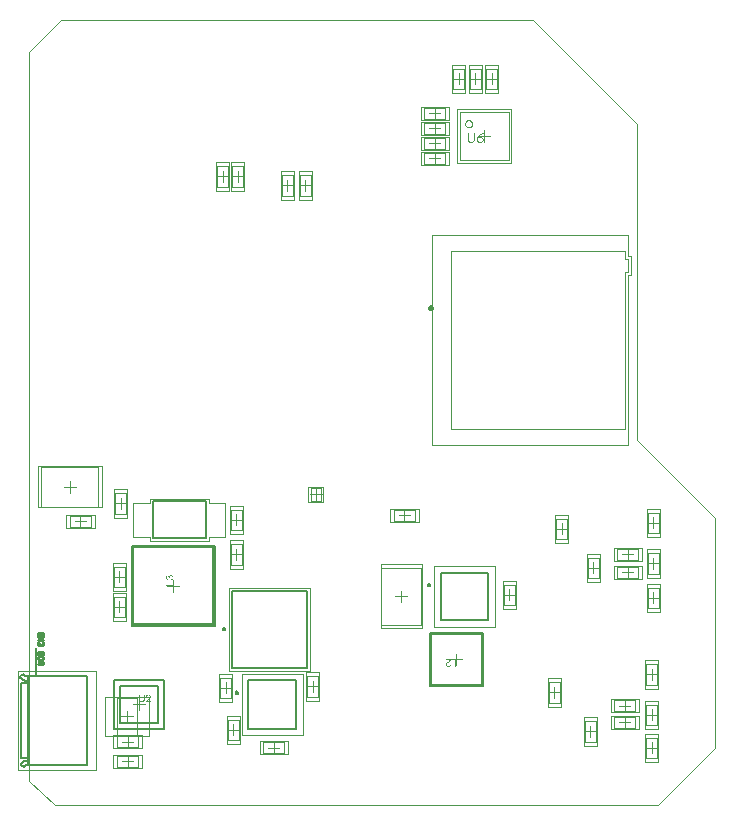
<source format=gm1>
%FSTAX23Y23*%
%MOIN*%
%SFA1B1*%

%IPPOS*%
%ADD10C,0.009449*%
%ADD13C,0.007874*%
%ADD14C,0.005000*%
%ADD16C,0.004000*%
%ADD17C,0.003937*%
%ADD18C,0.010000*%
%ADD19C,0.001969*%
%LNsolears_v1-1*%
%LPD*%
G36*
X01384Y01353D02*
Y01353D01*
Y01352*
Y01352*
Y01352*
X01384Y01352*
Y01351*
X01384Y01351*
X01384Y0135*
X01384Y01349*
X01384Y01348*
X01384Y01347*
X01384Y01347*
X01383Y01346*
Y01346*
X01383Y01346*
X01383Y01346*
X01383Y01346*
X01383Y01346*
X01383Y01345*
X01382Y01345*
X01382Y01344*
X01381Y01343*
X0138Y01343*
X0138*
X0138Y01343*
X0138Y01343*
X0138Y01343*
X0138Y01343*
X01379Y01342*
X01379Y01342*
X01379Y01342*
X01378Y01342*
X01378Y01342*
X01377Y01342*
X01377Y01342*
X01376Y01342*
X01376Y01342*
X01374Y01341*
X01374*
X01374Y01342*
X01374*
X01373Y01342*
X01373Y01342*
X01372Y01342*
X01371Y01342*
X01371Y01342*
X0137Y01342*
X01369Y01343*
X01369*
X01369Y01343*
X01368Y01343*
X01368Y01343*
X01368Y01343*
X01367Y01344*
X01367Y01344*
X01366Y01345*
X01366Y01345*
X01365Y01346*
Y01346*
X01365Y01346*
X01365Y01346*
X01365Y01347*
X01365Y01347*
X01365Y01347*
X01365Y01347*
X01365Y01348*
X01365Y01348*
X01365Y01349*
X01365Y01349*
X01365Y0135*
X01365Y0135*
X01365Y01351*
X01365Y01352*
Y01353*
Y01367*
X01368*
Y01353*
Y01353*
Y01352*
Y01352*
Y01352*
X01368Y01352*
Y01351*
X01368Y01351*
X01368Y0135*
X01368Y01349*
X01368Y01348*
X01368Y01348*
X01368Y01348*
X01368Y01348*
X01369Y01347*
X01369Y01347*
X01369Y01347*
X01369Y01346*
X0137Y01346*
X0137Y01346*
X01371Y01345*
X01371Y01345*
X01371Y01345*
X01371Y01345*
X01372Y01345*
X01372Y01345*
X01373Y01345*
X01373Y01345*
X01374Y01344*
X01375*
X01375Y01345*
X01375*
X01375Y01345*
X01376Y01345*
X01377Y01345*
X01378Y01345*
X01379Y01346*
X01379Y01346*
X01379Y01346*
X01379Y01346*
X01379Y01346*
X0138Y01346*
X0138Y01346*
X0138Y01347*
X0138Y01347*
X0138Y01347*
X0138Y01348*
X0138Y01348*
X0138Y01348*
X01381Y01349*
X01381Y0135*
X01381Y0135*
X01381Y01351*
X01381Y01352*
Y01353*
Y01367*
X01384*
Y01353*
G37*
G36*
X01398Y01367D02*
X01398Y01367D01*
X01398Y01367*
X01399Y01367*
X01399Y01367*
X014Y01367*
X01401Y01366*
X01401Y01366*
X01402Y01366*
X01402Y01366*
X01403Y01365*
X01403Y01365*
X01403Y01365*
X01403Y01365*
X01403Y01365*
X01403Y01365*
X01403Y01364*
X01404Y01364*
X01404Y01364*
X01404Y01363*
X01405Y01362*
X01405Y01362*
X01405Y01361*
X01405Y01361*
X01405Y0136*
Y0136*
Y0136*
X01405Y0136*
X01405Y01359*
X01405Y01359*
X01405Y01358*
X01404Y01358*
X01404Y01357*
X01404Y01357*
X01404Y01357*
X01404Y01357*
X01404Y01356*
X01403Y01356*
X01403Y01355*
X01403Y01355*
X01402Y01354*
X01402Y01354*
X01402Y01354*
X01402Y01354*
X01401Y01353*
X01401Y01353*
X01401Y01353*
X01401Y01353*
X014Y01352*
X014Y01352*
X014Y01352*
X01399Y01351*
X01399Y01351*
X01398Y0135*
X01397Y0135*
X01397Y0135*
X01397Y0135*
X01397Y0135*
X01397Y01349*
X01397Y01349*
X01396Y01349*
X01396Y01348*
X01395Y01348*
X01395Y01347*
X01394Y01347*
X01394Y01347*
X01394Y01347*
X01394Y01346*
X01394Y01346*
X01393Y01346*
X01393Y01346*
X01393Y01346*
X01393Y01346*
X01392Y01345*
X01405*
Y01342*
X01388*
Y01342*
Y01342*
Y01342*
X01388Y01343*
X01388Y01343*
X01388Y01343*
X01388Y01344*
X01389Y01344*
Y01344*
X01389Y01344*
X01389Y01344*
X01389Y01345*
X01389Y01345*
X01389Y01346*
X0139Y01346*
X0139Y01347*
X01391Y01347*
Y01347*
X01391Y01347*
X01391Y01348*
X01391Y01348*
X01392Y01349*
X01392Y01349*
X01393Y0135*
X01394Y0135*
X01395Y01351*
X01395Y01351*
X01395Y01351*
X01395Y01352*
X01395Y01352*
X01396Y01352*
X01396Y01352*
X01396Y01353*
X01397Y01353*
X01398Y01354*
X01399Y01355*
X01399Y01355*
X014Y01356*
X014Y01356*
X014Y01357*
Y01357*
X014Y01357*
X014Y01357*
X014Y01357*
X01401Y01357*
X01401Y01358*
X01401Y01358*
X01401Y01359*
X01402Y0136*
X01402Y0136*
Y0136*
Y0136*
X01402Y01361*
X01402Y01361*
X01401Y01361*
X01401Y01362*
X01401Y01362*
X01401Y01363*
X014Y01363*
X014Y01363*
X014Y01364*
X014Y01364*
X01399Y01364*
X01399Y01364*
X01398Y01364*
X01398Y01365*
X01397Y01365*
X01397*
X01396Y01365*
X01396Y01365*
X01396Y01364*
X01395Y01364*
X01394Y01364*
X01394Y01364*
X01393Y01363*
X01393Y01363*
X01393Y01363*
X01393Y01363*
X01393Y01362*
X01392Y01362*
X01392Y01361*
X01392Y0136*
X01392Y0136*
X01389Y0136*
Y0136*
X01389Y0136*
Y0136*
X01389Y01361*
X01389Y01361*
X01389Y01361*
X01389Y01362*
X01389Y01362*
X01389Y01363*
X0139Y01364*
X0139Y01364*
X0139Y01365*
X01391Y01365*
X01391Y01365*
X01391Y01365*
X01391Y01365*
X01391Y01366*
X01392Y01366*
X01392Y01366*
X01392Y01366*
X01392Y01366*
X01393Y01366*
X01393Y01366*
X01394Y01367*
X01394Y01367*
X01395Y01367*
X01395Y01367*
X01396Y01367*
X01396Y01367*
X01397Y01367*
X01397*
X01398Y01367*
G37*
G36*
X02423Y01459D02*
X02419D01*
Y01482*
X02407*
Y01485*
X02423*
Y01459*
G37*
G36*
X02405Y01484D02*
Y01484D01*
Y01484*
X02405Y01484*
X02405Y01483*
X02405Y01483*
X02405Y01483*
X02404Y01482*
Y01482*
X02404Y01482*
X02404Y01482*
X02404Y01482*
X02404Y01481*
X02404Y01481*
X02403Y0148*
X02403Y0148*
X02402Y01479*
Y01479*
X02402Y01479*
X02402Y01479*
X02402Y01478*
X02401Y01478*
X02401Y01477*
X024Y01477*
X02399Y01476*
X02398Y01475*
X02398Y01475*
X02398Y01475*
X02398Y01475*
X02398Y01475*
X02397Y01474*
X02397Y01474*
X02397Y01474*
X02396Y01473*
X02395Y01472*
X02394Y01472*
X02394Y01471*
X02393Y01471*
X02393Y0147*
X02393Y0147*
Y0147*
X02393Y0147*
X02393Y0147*
X02393Y0147*
X02392Y01469*
X02392Y01469*
X02392Y01468*
X02392Y01467*
X02391Y01467*
X02391Y01466*
Y01466*
Y01466*
X02391Y01466*
X02391Y01465*
X02392Y01465*
X02392Y01465*
X02392Y01464*
X02392Y01464*
X02393Y01463*
X02393Y01463*
X02393Y01463*
X02393Y01463*
X02394Y01462*
X02394Y01462*
X02395Y01462*
X02395Y01462*
X02396Y01462*
X02396*
X02396Y01462*
X02397Y01462*
X02397Y01462*
X02398Y01462*
X02399Y01462*
X02399Y01463*
X024Y01463*
X024Y01463*
X024Y01463*
X024Y01464*
X024Y01464*
X02401Y01465*
X02401Y01465*
X02401Y01466*
X02401Y01467*
X02404Y01466*
Y01466*
X02404Y01466*
Y01466*
X02404Y01466*
X02404Y01466*
X02404Y01465*
X02404Y01465*
X02404Y01464*
X02404Y01464*
X02403Y01463*
X02403Y01462*
X02403Y01462*
X02402Y01461*
X02402Y01461*
X02402Y01461*
X02402Y01461*
X02402Y01461*
X02401Y01461*
X02401Y01461*
X02401Y01461*
X02401Y0146*
X024Y0146*
X024Y0146*
X02399Y0146*
X02399Y0146*
X02398Y01459*
X02398Y01459*
X02397Y01459*
X02397Y01459*
X02396Y01459*
X02396*
X02395Y01459*
X02395Y01459*
X02395Y01459*
X02394Y01459*
X02394Y01459*
X02393Y0146*
X02392Y0146*
X02392Y0146*
X02391Y01461*
X02391Y01461*
X0239Y01461*
X0239Y01461*
X0239Y01461*
X0239Y01461*
X0239Y01462*
X0239Y01462*
X0239Y01462*
X02389Y01462*
X02389Y01463*
X02389Y01463*
X02388Y01464*
X02388Y01465*
X02388Y01465*
X02388Y01466*
X02388Y01466*
Y01466*
Y01466*
X02388Y01467*
X02388Y01467*
X02388Y01468*
X02388Y01468*
X02389Y01469*
X02389Y01469*
X02389Y01469*
X02389Y01469*
X02389Y0147*
X02389Y0147*
X0239Y01471*
X0239Y01471*
X0239Y01472*
X02391Y01472*
X02391Y01472*
X02391Y01473*
X02391Y01473*
X02392Y01473*
X02392Y01473*
X02392Y01473*
X02392Y01474*
X02393Y01474*
X02393Y01474*
X02393Y01475*
X02394Y01475*
X02394Y01476*
X02395Y01476*
X02396Y01477*
X02396Y01477*
X02396Y01477*
X02396Y01477*
X02396Y01477*
X02396Y01477*
X02397Y01477*
X02397Y01478*
X02398Y01478*
X02398Y01479*
X02399Y0148*
X02399Y0148*
X02399Y0148*
X02399Y0148*
X02399Y0148*
X024Y0148*
X024Y0148*
X024Y01481*
X024Y01481*
X02401Y01482*
X02388*
Y01485*
X02405*
Y01484*
G37*
G36*
X01473Y01765D02*
X01473Y01765D01*
X01473Y01765*
X01474Y01765*
X01474Y01765*
X01475Y01764*
X01475Y01764*
X01476Y01764*
X01476Y01764*
X01477Y01763*
X01477Y01763*
X01478Y01763*
X01478Y01762*
X01478Y01762*
X01478Y01762*
X01478Y01762*
X01478Y01762*
X01478Y01762*
X01479Y01761*
X01479Y01761*
X01479Y0176*
X01479Y0176*
X01479Y01759*
X0148Y01759*
X0148Y01758*
X0148Y01758*
X0148Y01757*
X0148Y01756*
Y01756*
X0148Y01756*
X0148Y01756*
X0148Y01755*
X0148Y01755*
X0148Y01755*
X01479Y01754*
X01479Y01753*
X01479Y01752*
X01479Y01752*
X01478Y01751*
X01478Y01751*
X01478Y01751*
X01478Y01751*
X01478Y01751*
X01478Y01751*
X01477Y0175*
X01477Y0175*
X01477Y0175*
X01477Y0175*
X01476Y0175*
X01476Y01749*
X01475Y01749*
X01474Y01749*
X01473Y01749*
X01473Y01748*
X01472Y01752*
X01472*
X01473Y01752*
X01473Y01752*
X01473Y01752*
X01473Y01752*
X01473Y01752*
X01474Y01752*
X01475Y01752*
X01475Y01753*
X01476Y01753*
X01476Y01753*
X01476Y01753*
X01476Y01754*
X01477Y01754*
X01477Y01754*
X01477Y01755*
X01477Y01755*
X01477Y01756*
X01477Y01756*
Y01757*
X01477Y01757*
X01477Y01757*
X01477Y01758*
X01477Y01758*
X01477Y01759*
X01476Y0176*
X01476Y0176*
X01476Y0176*
X01476Y0176*
X01475Y01761*
X01475Y01761*
X01474Y01761*
X01474Y01761*
X01473Y01762*
X01472Y01762*
X01472*
X01472*
X01472*
X01472Y01762*
X01471Y01762*
X01471Y01761*
X0147Y01761*
X0147Y01761*
X01469Y01761*
X01469Y0176*
X01469Y0176*
X01468Y0176*
X01468Y0176*
X01468Y01759*
X01468Y01759*
X01467Y01758*
X01467Y01757*
X01467Y01757*
Y01756*
X01467Y01756*
X01467Y01756*
X01467Y01755*
X01467Y01755*
X01468Y01755*
X01465Y01755*
Y01755*
X01465Y01755*
Y01756*
X01465Y01756*
X01465Y01757*
X01465Y01757*
X01464Y01758*
X01464Y01758*
X01464Y01759*
Y01759*
X01464Y01759*
X01464Y01759*
X01463Y01759*
X01463Y0176*
X01463Y0176*
X01462Y0176*
X01461Y0176*
X01461Y01761*
X01461*
X01461*
X01461*
X0146*
X0146Y0176*
X0146Y0176*
X01459Y0176*
X01459Y0176*
X01458Y0176*
X01458Y01759*
X01458Y01759*
X01458Y01759*
X01458Y01759*
X01457Y01759*
X01457Y01758*
X01457Y01758*
X01457Y01757*
X01457Y01756*
Y01756*
X01457Y01756*
X01457Y01755*
X01457Y01755*
X01457Y01754*
X01458Y01754*
X01458Y01753*
X01458Y01753*
X01458Y01753*
X01458Y01753*
X01459Y01753*
X01459Y01753*
X0146Y01752*
X0146Y01752*
X01461Y01752*
X01461Y01749*
X01461*
X01461Y01749*
X0146Y01749*
X0146Y01749*
X0146Y01749*
X0146Y01749*
X01459Y01749*
X01458Y0175*
X01457Y0175*
X01457Y01751*
X01456Y01751*
X01456Y01751*
X01456Y01751*
X01456Y01752*
X01456Y01752*
X01456Y01752*
X01455Y01752*
X01455Y01752*
X01455Y01753*
X01455Y01753*
X01454Y01754*
X01454Y01755*
X01454Y01756*
Y01757*
X01454Y01757*
X01454Y01758*
X01454Y01758*
X01455Y01759*
X01455Y01759*
X01455Y0176*
Y0176*
X01455Y0176*
X01455Y0176*
X01455Y01761*
X01456Y01761*
X01456Y01762*
X01456Y01762*
X01457Y01762*
X01458Y01763*
X01458Y01763*
X01458Y01763*
X01458Y01763*
X01458Y01763*
X01459Y01763*
X0146Y01764*
X0146Y01764*
X01461Y01764*
X01461*
X01461*
X01461Y01764*
X01462Y01764*
X01462Y01763*
X01463Y01763*
X01463Y01763*
X01464Y01763*
X01464Y01763*
X01464Y01763*
X01464Y01762*
X01465Y01762*
X01465Y01762*
X01465Y01761*
X01466Y01761*
X01466Y0176*
Y0176*
X01466Y0176*
X01466Y0176*
X01466Y01761*
X01466Y01761*
X01466Y01761*
X01467Y01762*
X01467Y01763*
X01467Y01763*
X01468Y01764*
X01468Y01764*
X01468Y01764*
X01469Y01764*
X01469Y01764*
X0147Y01765*
X0147Y01765*
X01471Y01765*
X01472Y01765*
X01472*
X01472*
X01472*
X01473Y01765*
G37*
G36*
X0148Y0173D02*
X01454D01*
Y01733*
X01477*
Y01746*
X0148*
Y0173*
G37*
G54D10*
X02342Y02657D02*
D01*
X02342Y02657*
X02342Y02657*
X02342Y02658*
X02342Y02658*
X02342Y02658*
X02342Y02659*
X02342Y02659*
X02341Y02659*
X02341Y02659*
X02341Y0266*
X02341Y0266*
X02341Y0266*
X0234Y0266*
X0234Y02661*
X0234Y02661*
X02339Y02661*
X02339Y02661*
X02339Y02661*
X02339Y02661*
X02338Y02661*
X02338Y02661*
X02338Y02661*
X02337*
X02337Y02661*
X02337Y02661*
X02336Y02661*
X02336Y02661*
X02336Y02661*
X02335Y02661*
X02335Y02661*
X02335Y02661*
X02334Y0266*
X02334Y0266*
X02334Y0266*
X02334Y0266*
X02334Y02659*
X02333Y02659*
X02333Y02659*
X02333Y02659*
X02333Y02658*
X02333Y02658*
X02333Y02658*
X02333Y02657*
X02333Y02657*
X02333Y02657*
X02333Y02656*
X02333Y02656*
X02333Y02656*
X02333Y02655*
X02333Y02655*
X02333Y02655*
X02333Y02654*
X02333Y02654*
X02334Y02654*
X02334Y02654*
X02334Y02653*
X02334Y02653*
X02334Y02653*
X02335Y02653*
X02335Y02653*
X02335Y02652*
X02336Y02652*
X02336Y02652*
X02336Y02652*
X02337Y02652*
X02337Y02652*
X02337Y02652*
X02338*
X02338Y02652*
X02338Y02652*
X02339Y02652*
X02339Y02652*
X02339Y02652*
X02339Y02652*
X0234Y02653*
X0234Y02653*
X0234Y02653*
X02341Y02653*
X02341Y02653*
X02341Y02654*
X02341Y02654*
X02341Y02654*
X02342Y02654*
X02342Y02655*
X02342Y02655*
X02342Y02655*
X02342Y02656*
X02342Y02656*
X02342Y02656*
X02342Y02657*
G54D13*
X01302Y01397D02*
X01427D01*
Y01272D02*
Y01397D01*
X01302Y01272D02*
X01427D01*
X01302D02*
Y01397D01*
X02338Y014D02*
X02507D01*
X02338D02*
Y01569D01*
X02507*
Y014D02*
Y01569D01*
X01346Y01601D02*
Y01859D01*
X01613*
Y01601D02*
Y01859D01*
X01346Y01601D02*
X01613D01*
X01282Y01417D02*
X01447D01*
Y01252D02*
Y01417D01*
X01282Y01252D02*
X01447D01*
X01282D02*
Y01417D01*
X02334Y01396D02*
X02511D01*
X02334D02*
Y01573D01*
X02511*
Y01396D02*
Y01573D01*
X01342Y01597D02*
Y01863D01*
X01617*
Y01597D02*
Y01863D01*
X01342Y01597D02*
X01617D01*
X01282Y01417D02*
X01447D01*
Y01252D02*
Y01417D01*
X01282Y01252D02*
X01447D01*
X01282D02*
Y01417D01*
X02334Y01396D02*
X02511D01*
X02334D02*
Y01573D01*
X02511*
Y01396D02*
Y01573D01*
X01342Y01597D02*
Y01863D01*
X01617*
Y01597D02*
Y01863D01*
X01342Y01597D02*
X01617D01*
X01652Y01585D02*
D01*
X01652Y01585*
X01652Y01585*
X01652Y01585*
X01652Y01586*
X01652Y01586*
X01652Y01586*
X01651Y01586*
X01651Y01587*
X01651Y01587*
X01651Y01587*
X01651Y01587*
X01651Y01587*
X0165Y01588*
X0165Y01588*
X0165Y01588*
X0165Y01588*
X01649Y01588*
X01649Y01588*
X01649Y01588*
X01649Y01588*
X01648Y01588*
X01648Y01588*
X01648*
X01648Y01588*
X01647Y01588*
X01647Y01588*
X01647Y01588*
X01646Y01588*
X01646Y01588*
X01646Y01588*
X01646Y01588*
X01646Y01588*
X01645Y01587*
X01645Y01587*
X01645Y01587*
X01645Y01587*
X01645Y01587*
X01644Y01586*
X01644Y01586*
X01644Y01586*
X01644Y01586*
X01644Y01585*
X01644Y01585*
X01644Y01585*
X01644Y01585*
X01644Y01584*
X01644Y01584*
X01644Y01584*
X01644Y01583*
X01644Y01583*
X01644Y01583*
X01644Y01583*
X01645Y01582*
X01645Y01582*
X01645Y01582*
X01645Y01582*
X01645Y01582*
X01646Y01581*
X01646Y01581*
X01646Y01581*
X01646Y01581*
X01646Y01581*
X01647Y01581*
X01647Y01581*
X01647Y01581*
X01648Y01581*
X01648Y01581*
X01648*
X01648Y01581*
X01649Y01581*
X01649Y01581*
X01649Y01581*
X01649Y01581*
X0165Y01581*
X0165Y01581*
X0165Y01581*
X0165Y01581*
X01651Y01582*
X01651Y01582*
X01651Y01582*
X01651Y01582*
X01651Y01582*
X01651Y01583*
X01652Y01583*
X01652Y01583*
X01652Y01583*
X01652Y01584*
X01652Y01584*
X01652Y01584*
X01652Y01585*
X02336Y01733D02*
D01*
X02336Y01733*
X02336Y01733*
X02336Y01734*
X02336Y01734*
X02336Y01734*
X02336Y01734*
X02336Y01735*
X02336Y01735*
X02336Y01735*
X02335Y01735*
X02335Y01736*
X02335Y01736*
X02335Y01736*
X02335Y01736*
X02334Y01736*
X02334Y01736*
X02334Y01737*
X02334Y01737*
X02333Y01737*
X02333Y01737*
X02333Y01737*
X02333Y01737*
X02332*
X02332Y01737*
X02332Y01737*
X02331Y01737*
X02331Y01737*
X02331Y01737*
X02331Y01736*
X0233Y01736*
X0233Y01736*
X0233Y01736*
X0233Y01736*
X0233Y01736*
X02329Y01735*
X02329Y01735*
X02329Y01735*
X02329Y01735*
X02329Y01734*
X02329Y01734*
X02329Y01734*
X02329Y01734*
X02328Y01733*
X02328Y01733*
X02328Y01733*
X02328Y01733*
X02328Y01732*
X02329Y01732*
X02329Y01732*
X02329Y01732*
X02329Y01731*
X02329Y01731*
X02329Y01731*
X02329Y01731*
X02329Y0173*
X0233Y0173*
X0233Y0173*
X0233Y0173*
X0233Y0173*
X0233Y01729*
X02331Y01729*
X02331Y01729*
X02331Y01729*
X02331Y01729*
X02332Y01729*
X02332Y01729*
X02332Y01729*
X02333*
X02333Y01729*
X02333Y01729*
X02333Y01729*
X02334Y01729*
X02334Y01729*
X02334Y01729*
X02334Y01729*
X02335Y0173*
X02335Y0173*
X02335Y0173*
X02335Y0173*
X02335Y0173*
X02336Y01731*
X02336Y01731*
X02336Y01731*
X02336Y01731*
X02336Y01732*
X02336Y01732*
X02336Y01732*
X02336Y01732*
X02336Y01733*
X02336Y01733*
X01696Y01374D02*
D01*
X01696Y01374*
X01695Y01374*
X01695Y01375*
X01695Y01375*
X01695Y01375*
X01695Y01375*
X01695Y01376*
X01695Y01376*
X01695Y01376*
X01695Y01376*
X01694Y01377*
X01694Y01377*
X01694Y01377*
X01694Y01377*
X01694Y01377*
X01693Y01377*
X01693Y01378*
X01693Y01378*
X01693Y01378*
X01692Y01378*
X01692Y01378*
X01692Y01378*
X01691*
X01691Y01378*
X01691Y01378*
X01691Y01378*
X0169Y01378*
X0169Y01378*
X0169Y01377*
X0169Y01377*
X01689Y01377*
X01689Y01377*
X01689Y01377*
X01689Y01377*
X01689Y01376*
X01688Y01376*
X01688Y01376*
X01688Y01376*
X01688Y01375*
X01688Y01375*
X01688Y01375*
X01688Y01375*
X01688Y01374*
X01688Y01374*
X01688Y01374*
X01688Y01374*
X01688Y01373*
X01688Y01373*
X01688Y01373*
X01688Y01373*
X01688Y01372*
X01688Y01372*
X01688Y01372*
X01688Y01372*
X01689Y01371*
X01689Y01371*
X01689Y01371*
X01689Y01371*
X01689Y01371*
X0169Y0137*
X0169Y0137*
X0169Y0137*
X0169Y0137*
X01691Y0137*
X01691Y0137*
X01691Y0137*
X01691Y0137*
X01692*
X01692Y0137*
X01692Y0137*
X01693Y0137*
X01693Y0137*
X01693Y0137*
X01693Y0137*
X01694Y0137*
X01694Y01371*
X01694Y01371*
X01694Y01371*
X01694Y01371*
X01695Y01371*
X01695Y01372*
X01695Y01372*
X01695Y01372*
X01695Y01372*
X01695Y01373*
X01695Y01373*
X01695Y01373*
X01695Y01373*
X01696Y01374*
X01696Y01374*
G54D14*
X00997Y01131D02*
D01*
X00996Y01131*
X00995Y01132*
X00994Y01132*
X00993Y01132*
X00993Y01132*
X00992Y01132*
X00991Y01132*
X0099Y01132*
X00989Y01132*
X00989Y01132*
X00988Y01132*
X00987Y01132*
X00986Y01131*
X00986Y01131*
X00985Y0113*
X00984Y0113*
X00984Y01129*
X00983Y01129*
X00982Y01128*
X00982Y01128*
X00981Y01127*
X00981Y01126*
X00981Y01126*
X00993Y01147D02*
D01*
X00991Y01147*
X0099Y01147*
X00989Y01147*
X00988Y01147*
X00986Y01147*
X00985Y01147*
X00984Y01147*
X00983Y01146*
X00982Y01146*
X0098Y01145*
X00979Y01145*
X00978Y01144*
X00977Y01143*
X00976Y01142*
X00975Y01141*
X00975Y01141*
X00974Y0114*
X00973Y01138*
X00972Y01137*
X00972Y01136*
X00971Y01135*
X00971Y01134*
X00971Y01133*
X00981Y01435D02*
D01*
X00981Y01435*
X00982Y01434*
X00982Y01433*
X00983Y01433*
X00983Y01432*
X00984Y01432*
X00984Y01431*
X00985Y01431*
X00986Y0143*
X00987Y0143*
X00987Y0143*
X00988Y01429*
X00989Y01429*
X0099Y01429*
X00991Y01429*
X00991Y01429*
X00992Y01429*
X00993Y01429*
X00994Y01429*
X00995Y0143*
X00995Y0143*
X00996Y0143*
X00997Y0143*
X00969Y01428D02*
D01*
X00969Y01427*
X0097Y01426*
X0097Y01424*
X00971Y01423*
X00972Y01422*
X00973Y01421*
X00974Y0142*
X00974Y01419*
X00975Y01418*
X00977Y01417*
X00978Y01417*
X00979Y01416*
X0098Y01415*
X00981Y01415*
X00983Y01415*
X00984Y01414*
X00985Y01414*
X00987Y01414*
X00988Y01414*
X00989Y01414*
X00991Y01414*
X00992Y01414*
X00993Y01415*
X01193Y01131D02*
Y0143D01*
X01022D02*
X01193D01*
X00995D02*
X01022D01*
X00995Y01131D02*
Y0143D01*
Y01131D02*
X00997D01*
X01193*
X00971Y01133D02*
X00981Y01126D01*
X00971Y01155D02*
X00993D01*
X00971D02*
Y01407D01*
X00993*
X00969Y01428D02*
X00981Y01435D01*
X01022Y0143D02*
Y01523D01*
X01674Y01714D02*
X01925D01*
Y01455D02*
Y01714D01*
X01674Y01455D02*
X01925D01*
X01674D02*
Y01714D01*
X02371Y01616D02*
Y01773D01*
X02528Y01616D02*
Y01773D01*
X02371D02*
X02528D01*
X02371Y01616D02*
X02528D01*
X01411Y02011D02*
X01588D01*
Y01888D02*
Y02011D01*
X01411Y01888D02*
X01588D01*
X01411D02*
Y02011D01*
X01729Y01254D02*
Y01415D01*
X0189Y01254D02*
Y01415D01*
X01729D02*
X0189D01*
X01729Y01254D02*
X0189D01*
G54D16*
X02461Y0324D02*
Y03215D01*
X02466Y0321*
X02476*
X02481Y03215*
Y0324*
X02511D02*
X02501Y03235D01*
X02491Y03225*
Y03215*
X02496Y0321*
X02506*
X02511Y03215*
Y0322*
X02506Y03225*
X02491*
X02461Y0324D02*
Y03215D01*
X02466Y0321*
X02476*
X02481Y03215*
Y0324*
X02511D02*
X02501Y03235D01*
X02491Y03225*
Y03215*
X02496Y0321*
X02506*
X02511Y03215*
Y0322*
X02506Y03225*
X02491*
G54D17*
X01Y0108D02*
Y0351D01*
X01105Y03615*
X0268*
X0291Y03385*
X0299Y03305*
X03025Y0327*
Y02215D02*
Y0327D01*
Y02215D02*
X03285Y01955D01*
Y0119D02*
Y01955D01*
X03095Y01D02*
X03285Y0119D01*
X01085Y01D02*
X03095D01*
X01Y0108D02*
X01085Y01D01*
X02476Y0327D02*
D01*
X02476Y0327*
X02476Y03271*
X02476Y03272*
X02475Y03273*
X02475Y03274*
X02475Y03274*
X02474Y03275*
X02474Y03276*
X02474Y03276*
X02473Y03277*
X02473Y03278*
X02472Y03278*
X02471Y03279*
X02471Y03279*
X0247Y0328*
X02469Y0328*
X02468Y0328*
X02468Y03281*
X02467Y03281*
X02466Y03281*
X02465Y03281*
X02464Y03281*
X02464*
X02463Y03281*
X02462Y03281*
X02461Y03281*
X0246Y03281*
X0246Y0328*
X02459Y0328*
X02458Y0328*
X02457Y03279*
X02457Y03279*
X02456Y03278*
X02456Y03278*
X02455Y03277*
X02454Y03276*
X02454Y03276*
X02454Y03275*
X02453Y03274*
X02453Y03274*
X02453Y03273*
X02452Y03272*
X02452Y03271*
X02452Y0327*
X02452Y0327*
X02452Y03269*
X02452Y03268*
X02452Y03267*
X02453Y03266*
X02453Y03265*
X02453Y03265*
X02454Y03264*
X02454Y03263*
X02454Y03263*
X02455Y03262*
X02456Y03261*
X02456Y03261*
X02457Y0326*
X02457Y0326*
X02458Y03259*
X02459Y03259*
X0246Y03259*
X0246Y03258*
X02461Y03258*
X02462Y03258*
X02463Y03258*
X02464Y03258*
X02464*
X02465Y03258*
X02466Y03258*
X02467Y03258*
X02468Y03258*
X02468Y03259*
X02469Y03259*
X0247Y03259*
X02471Y0326*
X02471Y0326*
X02472Y03261*
X02473Y03261*
X02473Y03262*
X02474Y03263*
X02474Y03263*
X02474Y03264*
X02475Y03265*
X02475Y03265*
X02475Y03266*
X02476Y03267*
X02476Y03268*
X02476Y03269*
X02476Y0327*
X0104Y02126D02*
X01229D01*
X0104Y01993D02*
X01229D01*
X0104D02*
Y02126D01*
X01229Y01993D02*
Y02126D01*
X02861Y01824D02*
X02898D01*
X02861Y01755D02*
X02898D01*
Y01824*
X02861Y01755D02*
Y01824D01*
X02215Y01946D02*
Y01983D01*
X02284Y01946D02*
Y01983D01*
X02215D02*
X02284D01*
X02215Y01946D02*
X02284D01*
X03061Y01724D02*
X03098D01*
X03061Y01655D02*
X03098D01*
Y01724*
X03061Y01655D02*
Y01724D01*
Y01839D02*
X03098D01*
X03061Y0177D02*
X03098D01*
Y01839*
X03061Y0177D02*
Y01839D01*
Y01974D02*
X03098D01*
X03061Y01905D02*
X03098D01*
Y01974*
X03061Y01905D02*
Y01974D01*
X02756Y01954D02*
X02793D01*
X02756Y01885D02*
X02793D01*
Y01954*
X02756Y01885D02*
Y01954D01*
X0296Y01756D02*
Y01793D01*
X03029Y01756D02*
Y01793D01*
X0296D02*
X03029D01*
X0296Y01756D02*
X03029D01*
X0296Y01816D02*
Y01853D01*
X03029Y01816D02*
Y01853D01*
X0296D02*
X03029D01*
X0296Y01816D02*
X03029D01*
X02851Y01279D02*
X02888D01*
X02851Y0121D02*
X02888D01*
Y01279*
X02851Y0121D02*
Y01279D01*
X03056Y01469D02*
X03093D01*
X03056Y014D02*
X03093D01*
Y01469*
X03056Y014D02*
Y01469D01*
X02731Y01409D02*
X02768D01*
X02731Y0134D02*
X02768D01*
Y01409*
X02731Y0134D02*
Y01409D01*
X0295Y01256D02*
Y01293D01*
X03019Y01256D02*
Y01293D01*
X0295D02*
X03019D01*
X0295Y01256D02*
X03019D01*
X0295Y01311D02*
Y01348D01*
X03019Y01311D02*
Y01348D01*
X0295D02*
X03019D01*
X0295Y01311D02*
X03019D01*
X03056Y01334D02*
X03093D01*
X03056Y01265D02*
X03093D01*
Y01334*
X03056Y01265D02*
Y01334D01*
Y01224D02*
X03093D01*
X03056Y01155D02*
X03093D01*
Y01224*
X03056Y01155D02*
Y01224D01*
X01204Y01926D02*
Y01963D01*
X01135Y01926D02*
Y01963D01*
Y01926D02*
X01204D01*
X01135Y01963D02*
X01204D01*
X01676Y03129D02*
X01713D01*
X01676Y0306D02*
X01713D01*
Y03129*
X01676Y0306D02*
Y03129D01*
X01626D02*
X01663D01*
X01626Y0306D02*
X01663D01*
Y03129*
X01626Y0306D02*
Y03129D01*
X01901Y03099D02*
X01938D01*
X01901Y0303D02*
X01938D01*
Y03099*
X01901Y0303D02*
Y03099D01*
X01841D02*
X01878D01*
X01841Y0303D02*
X01878D01*
Y03099*
X01841Y0303D02*
Y03099D01*
X02986Y02253D02*
Y02775D01*
X02405Y02253D02*
X02986D01*
X02405D02*
Y02846D01*
X02986Y02775D02*
X02996D01*
Y02818*
X02986D02*
X02996D01*
X02986D02*
Y02846D01*
X02405D02*
X02986D01*
X02435Y03149D02*
Y0331D01*
X02597Y03149D02*
Y0331D01*
X02435D02*
X02597D01*
X02435Y03149D02*
X02597D01*
X02385Y03236D02*
Y03273D01*
X02316Y03236D02*
Y03273D01*
Y03236D02*
X02385D01*
X02316Y03273D02*
X02385D01*
Y03286D02*
Y03323D01*
X02316Y03286D02*
Y03323D01*
Y03286D02*
X02385D01*
X02316Y03323D02*
X02385D01*
Y03186D02*
Y03223D01*
X02316Y03186D02*
Y03223D01*
Y03186D02*
X02385D01*
X02316Y03223D02*
X02385D01*
Y03136D02*
Y03173D01*
X02316Y03136D02*
Y03173D01*
Y03136D02*
X02385D01*
X02316Y03173D02*
X02385D01*
X02412Y03454D02*
X0245D01*
X02412Y03385D02*
X0245D01*
Y03454*
X02412Y03385D02*
Y03454D01*
X02522D02*
X0256D01*
X02522Y03385D02*
X0256D01*
Y03454*
X02522Y03385D02*
Y03454D01*
X02467D02*
X02505D01*
X02467Y03385D02*
X02505D01*
Y03454*
X02467Y03385D02*
Y03454D01*
X01971Y02014D02*
Y02055D01*
X01938Y02014D02*
Y02055D01*
Y02014D02*
X01971D01*
X01938Y02055D02*
X01971D01*
X01291Y01356D02*
X01358D01*
X01291Y01233D02*
X01358D01*
Y01356*
X01291Y01233D02*
Y01356D01*
X01293Y01191D02*
Y01228D01*
X01362Y01191D02*
Y01228D01*
X01293D02*
X01362D01*
X01293Y01191D02*
X01362D01*
X01293Y01126D02*
Y01163D01*
X01362Y01126D02*
Y01163D01*
X01293D02*
X01362D01*
X01293Y01126D02*
X01362D01*
X02306Y016D02*
Y01789D01*
X02173Y016D02*
Y01789D01*
X02306*
X02173Y016D02*
X02306D01*
X01281Y01625D02*
X01318D01*
X01281Y01694D02*
X01318D01*
X01281Y01625D02*
Y01694D01*
X01318Y01625D02*
Y01694D01*
X01281Y01725D02*
X01318D01*
X01281Y01794D02*
X01318D01*
X01281Y01725D02*
Y01794D01*
X01318Y01725D02*
Y01794D01*
X01671Y01915D02*
X01708D01*
X01671Y01984D02*
X01708D01*
X01671Y01915D02*
Y01984D01*
X01708Y01915D02*
Y01984D01*
X01671Y018D02*
X01708D01*
X01671Y01869D02*
X01708D01*
X01671Y018D02*
Y01869D01*
X01708Y018D02*
Y01869D01*
X01286Y0197D02*
X01323D01*
X01286Y02039D02*
X01323D01*
X01286Y0197D02*
Y02039D01*
X01323Y0197D02*
Y02039D01*
X01926Y01429D02*
X01963D01*
X01926Y0136D02*
X01963D01*
Y01429*
X01926Y0136D02*
Y01429D01*
X01661Y01215D02*
X01698D01*
X01661Y01284D02*
X01698D01*
X01661Y01215D02*
Y01284D01*
X01698Y01215D02*
Y01284D01*
X01636Y01424D02*
X01673D01*
X01636Y01355D02*
X01673D01*
Y01424*
X01636Y01355D02*
Y01424D01*
X01849Y01171D02*
Y01208D01*
X0178Y01171D02*
Y01208D01*
Y01171D02*
X01849D01*
X0178Y01208D02*
X01849D01*
X02581Y01734D02*
X02618D01*
X02581Y01665D02*
X02618D01*
Y01734*
X02581Y01665D02*
Y01734D01*
X01135Y0204D02*
Y02079D01*
X01115Y0206D02*
X01154D01*
X01028Y02128D02*
X01241D01*
X01028Y01991D02*
X01241D01*
X01028D02*
Y02128D01*
X01241Y01991D02*
Y02128D01*
X02858Y01837D02*
X02901D01*
X02858Y01742D02*
X02901D01*
Y01837*
X02858Y01742D02*
Y01837D01*
X0288Y01771D02*
Y01808D01*
X02861Y0179D02*
X02898D01*
X02202Y01943D02*
Y01986D01*
X02297Y01943D02*
Y01986D01*
X02202D02*
X02297D01*
X02202Y01943D02*
X02297D01*
X02231Y01965D02*
X02268D01*
X0225Y01946D02*
Y01983D01*
X03058Y01737D02*
X03101D01*
X03058Y01642D02*
X03101D01*
Y01737*
X03058Y01642D02*
Y01737D01*
X0308Y01671D02*
Y01708D01*
X03061Y0169D02*
X03098D01*
X03058Y01852D02*
X03101D01*
X03058Y01757D02*
X03101D01*
Y01852*
X03058Y01757D02*
Y01852D01*
X0308Y01786D02*
Y01823D01*
X03061Y01805D02*
X03098D01*
X03058Y01987D02*
X03101D01*
X03058Y01892D02*
X03101D01*
Y01987*
X03058Y01892D02*
Y01987D01*
X0308Y01921D02*
Y01958D01*
X03061Y0194D02*
X03098D01*
X02753Y01967D02*
X02796D01*
X02753Y01872D02*
X02796D01*
Y01967*
X02753Y01872D02*
Y01967D01*
X02775Y01901D02*
Y01938D01*
X02756Y0192D02*
X02793D01*
X02947Y01753D02*
Y01796D01*
X03042Y01753D02*
Y01796D01*
X02947D02*
X03042D01*
X02947Y01753D02*
X03042D01*
X02976Y01775D02*
X03013D01*
X02995Y01756D02*
Y01793D01*
X02947Y01813D02*
Y01856D01*
X03042Y01813D02*
Y01856D01*
X02947D02*
X03042D01*
X02947Y01813D02*
X03042D01*
X02976Y01835D02*
X03013D01*
X02995Y01816D02*
Y01853D01*
X02848Y01292D02*
X02891D01*
X02848Y01197D02*
X02891D01*
Y01292*
X02848Y01197D02*
Y01292D01*
X0287Y01226D02*
Y01263D01*
X02851Y01245D02*
X02888D01*
X03053Y01482D02*
X03096D01*
X03053Y01387D02*
X03096D01*
Y01482*
X03053Y01387D02*
Y01482D01*
X03075Y01416D02*
Y01453D01*
X03056Y01435D02*
X03093D01*
X02728Y01422D02*
X02771D01*
X02728Y01327D02*
X02771D01*
Y01422*
X02728Y01327D02*
Y01422D01*
X0275Y01356D02*
Y01393D01*
X02731Y01375D02*
X02768D01*
X02937Y01253D02*
Y01296D01*
X03032Y01253D02*
Y01296D01*
X02937D02*
X03032D01*
X02937Y01253D02*
X03032D01*
X02966Y01275D02*
X03003D01*
X02985Y01256D02*
Y01293D01*
X02937Y01308D02*
Y01351D01*
X03032Y01308D02*
Y01351D01*
X02937D02*
X03032D01*
X02937Y01308D02*
X03032D01*
X02966Y0133D02*
X03003D01*
X02985Y01311D02*
Y01348D01*
X03053Y01347D02*
X03096D01*
X03053Y01252D02*
X03096D01*
Y01347*
X03053Y01252D02*
Y01347D01*
X03075Y01281D02*
Y01318D01*
X03056Y013D02*
X03093D01*
X03053Y01237D02*
X03096D01*
X03053Y01142D02*
X03096D01*
Y01237*
X03053Y01142D02*
Y01237D01*
X03075Y01171D02*
Y01208D01*
X03056Y0119D02*
X03093D01*
X01217Y01923D02*
Y01966D01*
X01122Y01923D02*
Y01966D01*
Y01923D02*
X01217D01*
X01122Y01966D02*
X01217D01*
X01151Y01945D02*
X01188D01*
X0117Y01926D02*
Y01963D01*
X01673Y03142D02*
X01716D01*
X01673Y03047D02*
X01716D01*
Y03142*
X01673Y03047D02*
Y03142D01*
X01695Y03076D02*
Y03113D01*
X01676Y03095D02*
X01713D01*
X01623Y03142D02*
X01666D01*
X01623Y03047D02*
X01666D01*
Y03142*
X01623Y03047D02*
Y03142D01*
X01645Y03076D02*
Y03113D01*
X01626Y03095D02*
X01663D01*
X01898Y03112D02*
X01941D01*
X01898Y03017D02*
X01941D01*
Y03112*
X01898Y03017D02*
Y03112D01*
X0192Y03046D02*
Y03083D01*
X01901Y03065D02*
X01938D01*
X01838Y03112D02*
X01881D01*
X01838Y03017D02*
X01881D01*
Y03112*
X01838Y03017D02*
Y03112D01*
X0186Y03046D02*
Y03083D01*
X01841Y03065D02*
X01878D01*
X02496Y0323D02*
X02536D01*
X02516Y0321D02*
Y03249D01*
X02398Y03233D02*
Y03276D01*
X02304Y03233D02*
Y03276D01*
Y03233D02*
X02398D01*
X02304Y03276D02*
X02398D01*
X02332Y03255D02*
X0237D01*
X02351Y03236D02*
Y03273D01*
X02398Y03283D02*
Y03326D01*
X02304Y03283D02*
Y03326D01*
Y03283D02*
X02398D01*
X02304Y03326D02*
X02398D01*
X02332Y03305D02*
X0237D01*
X02351Y03286D02*
Y03323D01*
X02398Y03183D02*
Y03226D01*
X02304Y03183D02*
Y03226D01*
Y03183D02*
X02398D01*
X02304Y03226D02*
X02398D01*
X02332Y03205D02*
X0237D01*
X02351Y03186D02*
Y03223D01*
X02398Y03133D02*
Y03176D01*
X02304Y03133D02*
Y03176D01*
Y03133D02*
X02398D01*
X02304Y03176D02*
X02398D01*
X02332Y03155D02*
X0237D01*
X02351Y03136D02*
Y03173D01*
X02409Y03467D02*
X02452D01*
X02409Y03372D02*
X02452D01*
Y03467*
X02409Y03372D02*
Y03467D01*
X02431Y03401D02*
Y03438D01*
X02412Y0342D02*
X0245D01*
X02519Y03467D02*
X02562D01*
X02519Y03372D02*
X02562D01*
Y03467*
X02519Y03372D02*
Y03467D01*
X02541Y03401D02*
Y03438D01*
X02522Y0342D02*
X0256D01*
X02464Y03467D02*
X02507D01*
X02464Y03372D02*
X02507D01*
Y03467*
X02464Y03372D02*
Y03467D01*
X02486Y03401D02*
Y03438D01*
X02467Y0342D02*
X02505D01*
X01935Y02035D02*
X01974D01*
X01955Y02015D02*
Y02054D01*
X01325Y01275D02*
Y01314D01*
X01305Y01295D02*
X01344D01*
X0128Y01188D02*
Y01231D01*
X01374Y01188D02*
Y01231D01*
X0128D02*
X01374D01*
X0128Y01188D02*
X01374D01*
X01308Y0121D02*
X01346D01*
X01327Y01191D02*
Y01228D01*
X0128Y01123D02*
Y01166D01*
X01374Y01123D02*
Y01166D01*
X0128D02*
X01374D01*
X0128Y01123D02*
X01374D01*
X01308Y01145D02*
X01346D01*
X01327Y01126D02*
Y01163D01*
X0222Y01695D02*
X02259D01*
X0224Y01675D02*
Y01714D01*
X02308Y01588D02*
Y01801D01*
X02171Y01588D02*
Y01801D01*
X02308*
X02171Y01588D02*
X02308D01*
X01278Y01612D02*
X01321D01*
X01278Y01707D02*
X01321D01*
X01278Y01612D02*
Y01707D01*
X01321Y01612D02*
Y01707D01*
X013Y01641D02*
Y01678D01*
X01281Y0166D02*
X01318D01*
X01278Y01712D02*
X01321D01*
X01278Y01807D02*
X01321D01*
X01278Y01712D02*
Y01807D01*
X01321Y01712D02*
Y01807D01*
X013Y01741D02*
Y01778D01*
X01281Y0176D02*
X01318D01*
X01668Y01902D02*
X01711D01*
X01668Y01997D02*
X01711D01*
X01668Y01902D02*
Y01997D01*
X01711Y01902D02*
Y01997D01*
X0169Y01931D02*
Y01968D01*
X01671Y0195D02*
X01708D01*
X01668Y01787D02*
X01711D01*
X01668Y01882D02*
X01711D01*
X01668Y01787D02*
Y01882D01*
X01711Y01787D02*
Y01882D01*
X0169Y01816D02*
Y01853D01*
X01671Y01835D02*
X01708D01*
X01283Y01957D02*
X01326D01*
X01283Y02052D02*
X01326D01*
X01283Y01957D02*
Y02052D01*
X01326Y01957D02*
Y02052D01*
X01305Y01986D02*
Y02023D01*
X01286Y02005D02*
X01323D01*
X01923Y01442D02*
X01966D01*
X01923Y01347D02*
X01966D01*
Y01442*
X01923Y01347D02*
Y01442D01*
X01945Y01376D02*
Y01413D01*
X01926Y01395D02*
X01963D01*
X01658Y01202D02*
X01701D01*
X01658Y01297D02*
X01701D01*
X01658Y01202D02*
Y01297D01*
X01701Y01202D02*
Y01297D01*
X0168Y01231D02*
Y01268D01*
X01661Y0125D02*
X01698D01*
X01633Y01437D02*
X01676D01*
X01633Y01342D02*
X01676D01*
Y01437*
X01633Y01342D02*
Y01437D01*
X01655Y01371D02*
Y01408D01*
X01636Y0139D02*
X01673D01*
X01862Y01168D02*
Y01211D01*
X01767Y01168D02*
Y01211D01*
Y01168D02*
X01862D01*
X01767Y01211D02*
X01862D01*
X01796Y0119D02*
X01833D01*
X01815Y01171D02*
Y01208D01*
X02578Y01747D02*
X02621D01*
X02578Y01652D02*
X02621D01*
Y01747*
X02578Y01652D02*
Y01747D01*
X026Y01681D02*
Y01718D01*
X02581Y017D02*
X02618D01*
X01345Y01335D02*
X01384D01*
X01365Y01315D02*
Y01354D01*
X02403Y01485D02*
X02443D01*
X02423Y01465D02*
Y01504D01*
X0148Y0171D02*
Y0175D01*
X0146Y0173D02*
X01499D01*
G54D18*
X01028Y01468D02*
X01044D01*
Y01476*
X01041Y01478*
X01036*
X01033Y01476*
Y01468*
X01041Y01494D02*
X01044Y01492D01*
Y01486*
X01041Y01484*
X01031*
X01028Y01486*
Y01492*
X01031Y01494*
X01044Y015D02*
X01028D01*
Y01508*
X01031Y0151*
X01033*
X01036Y01508*
Y015*
Y01508*
X01039Y0151*
X01041*
X01044Y01508*
Y015*
Y01542D02*
Y01532D01*
X01028*
Y01542*
X01036Y01532D02*
Y01537D01*
X01028Y01548D02*
X01044D01*
X01028Y01558*
X01044*
Y01564D02*
X01028D01*
Y01572*
X01031Y01574*
X01041*
X01044Y01572*
Y01564*
G54D19*
X02342Y022D02*
Y02899D01*
X02996*
X02342Y022D02*
X02996D01*
Y02765*
X03006*
Y02828*
X02996D02*
X03006D01*
X02996D02*
Y02899D01*
X02425Y03139D02*
Y0332D01*
Y03139D02*
X02606D01*
Y0332*
X02425D02*
X02606D01*
X0198Y02009D02*
Y0206D01*
X01929Y02009D02*
Y0206D01*
Y02009D02*
X0198D01*
X01929Y0206D02*
X0198D01*
X01252Y01359D02*
X01397D01*
X01252Y0123D02*
X01397D01*
Y01359*
X01252Y0123D02*
Y01359D01*
X00961Y01115D02*
X01221D01*
X00961D02*
Y01446D01*
X01221*
Y01115D02*
Y01446D01*
X01664Y01446D02*
Y01723D01*
Y01446D02*
X01935D01*
Y01723*
X01664D02*
X01935D01*
X02552Y01592D02*
Y01797D01*
X02347Y01592D02*
Y01797D01*
X02552*
X02347Y01592D02*
X02552D01*
X01346Y01893D02*
Y02006D01*
Y01893D02*
X01401D01*
Y01879D02*
Y01893D01*
Y01879D02*
X01598D01*
Y01893*
X01653*
Y02006*
X01598D02*
X01653D01*
X01598D02*
Y0202D01*
X01401D02*
X01598D01*
X01401Y02006D02*
Y0202D01*
X01346Y02006D02*
X01401D01*
X01912Y01232D02*
Y01437D01*
X01707Y01232D02*
Y01437D01*
X01912*
X01707Y01232D02*
X01912D01*
M02*
</source>
